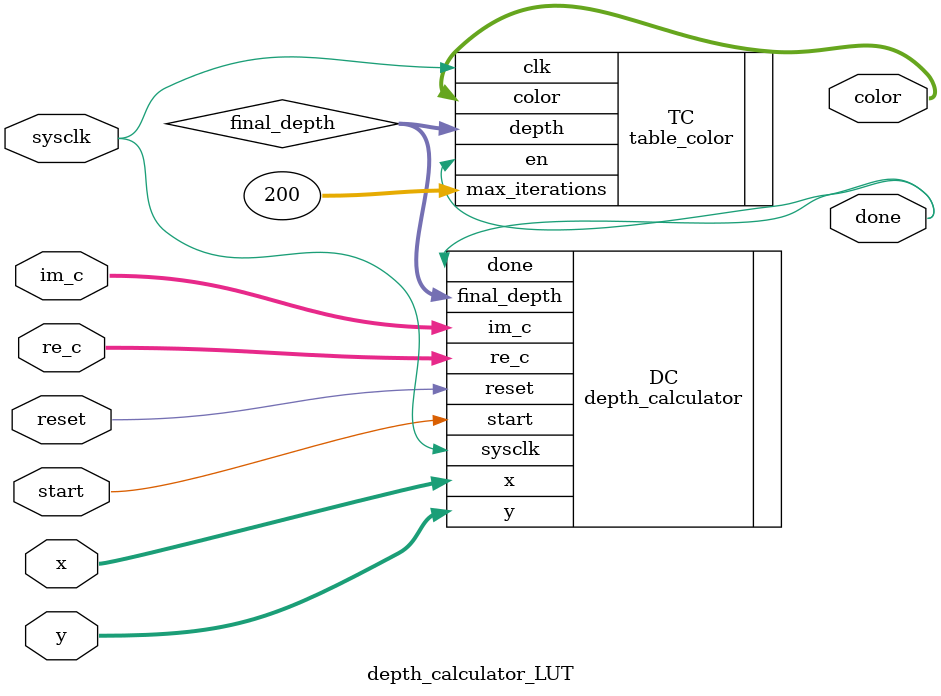
<source format=sv>
module depth_calculator_LUT#(
	// verilator lint_off UNUSED
	parameter FRAC = 16
	// verilator lint_on UNUSED
)(
	input logic sysclk, start, reset,
	// verilator lint_off UNUSED
    input logic [9:0]        x,
    input logic [8:0]        y,
 	// verilator lint_on UNUSED
    input logic [31:0]       re_c,
    input logic [31:0]       im_c,
	output logic [23:0] color,
	output logic done
);
logic [9:0]       final_depth;
//logic             done;
//logic [23:0]	color;
depth_calculator DC(.sysclk(sysclk),.start(start),.reset(reset),.x(x),.y(y),.re_c(re_c),.im_c(im_c),.final_depth(final_depth),.done(done));
table_color TC(.depth(final_depth),.max_iterations(200),.clk(sysclk),.en(done), .color(color));
endmodule

</source>
